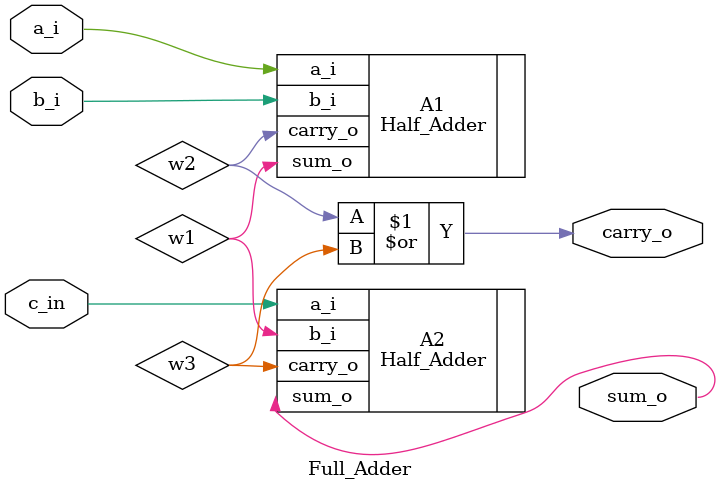
<source format=v>
`timescale 1ns / 1ps


module Full_Adder(
    input a_i,
    input b_i,
    input c_in,
    output sum_o,
    output carry_o
   );
    wire w1, w2, w3;
    
    
    Half_Adder A1(.a_i(a_i), .b_i(b_i), .sum_o(w1), .carry_o(w2));
    Half_Adder A2(.a_i(c_in), .b_i(w1), .sum_o(sum_o), .carry_o(w3));
    or G1(carry_o, w2, w3);
endmodule

</source>
